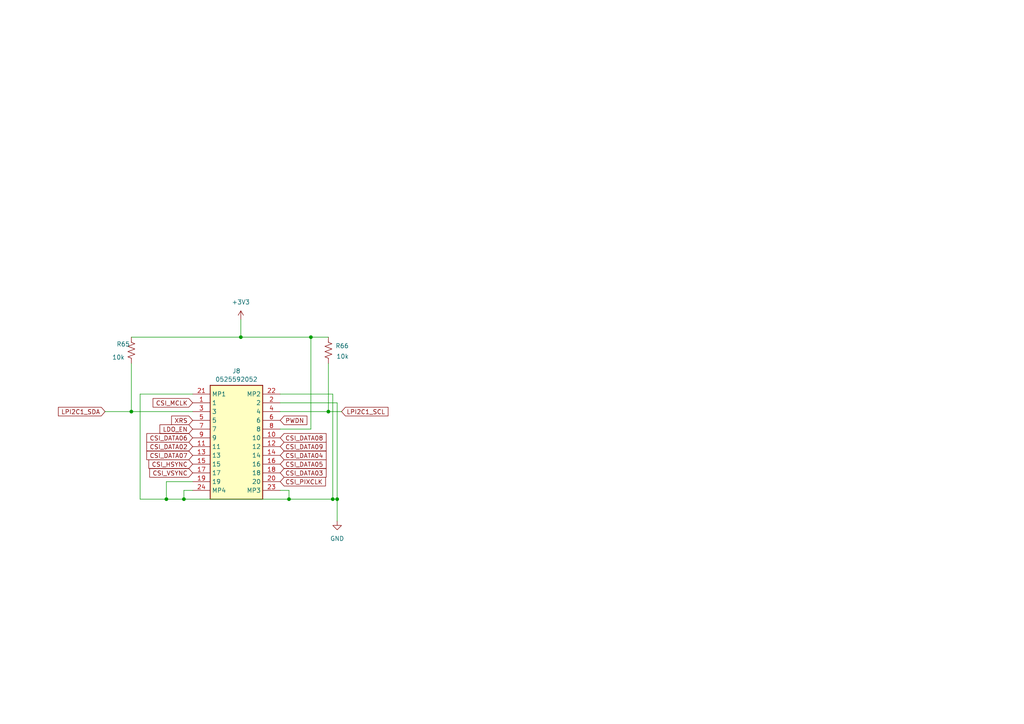
<source format=kicad_sch>
(kicad_sch (version 20250114) (generator "eeschema") (generator_version "9.0")
  (paper "A4")
  (lib_symbols
    (symbol "Au_Molex:0525592052"
      (property "Reference" "J" (at 21.59 7.62 0))
      (property "Value" "0525592052" (at 21.59 5.08 0))
      (symbol "0525592052_1_1"
        (rectangle (start 5.08 2.54) (end 20.32 -30.48) (stroke (width 0.254)) (fill (type background)))
        (pin passive line (at 0 0 0) (length 5.08) (name "MP1") (number "21"))
        (pin passive line (at 0 -2.54 0) (length 5.08) (name "1") (number "1"))
        (pin passive line (at 0 -5.08 0) (length 5.08) (name "3") (number "3"))
        (pin passive line (at 0 -7.62 0) (length 5.08) (name "5") (number "5"))
        (pin passive line (at 0 -10.16 0) (length 5.08) (name "7") (number "7"))
        (pin passive line (at 0 -12.7 0) (length 5.08) (name "9") (number "9"))
        (pin passive line (at 0 -15.24 0) (length 5.08) (name "11") (number "11"))
        (pin passive line (at 0 -17.78 0) (length 5.08) (name "13") (number "13"))
        (pin passive line (at 0 -20.32 0) (length 5.08) (name "15") (number "15"))
        (pin passive line (at 0 -22.86 0) (length 5.08) (name "17") (number "17"))
        (pin passive line (at 0 -25.4 0) (length 5.08) (name "19") (number "19"))
        (pin passive line (at 0 -27.94 0) (length 5.08) (name "MP4") (number "24"))
        (pin passive line (at 25.4 0 180) (length 5.08) (name "MP2") (number "22"))
        (pin passive line (at 25.4 -2.54 180) (length 5.08) (name "2") (number "2"))
        (pin passive line (at 25.4 -5.08 180) (length 5.08) (name "4") (number "4"))
        (pin passive line (at 25.4 -7.62 180) (length 5.08) (name "6") (number "6"))
        (pin passive line (at 25.4 -10.16 180) (length 5.08) (name "8") (number "8"))
        (pin passive line (at 25.4 -12.7 180) (length 5.08) (name "10") (number "10"))
        (pin passive line (at 25.4 -15.24 180) (length 5.08) (name "12") (number "12"))
        (pin passive line (at 25.4 -17.78 180) (length 5.08) (name "14") (number "14"))
        (pin passive line (at 25.4 -20.32 180) (length 5.08) (name "16") (number "16"))
        (pin passive line (at 25.4 -22.86 180) (length 5.08) (name "18") (number "18"))
        (pin passive line (at 25.4 -25.4 180) (length 5.08) (name "20") (number "20"))
        (pin passive line (at 25.4 -27.94 180) (length 5.08) (name "MP3") (number "23"))
      )
    )
    (symbol "Device:R_US" (pin_numbers (hide yes)) (pin_names (offset 0))
      (property "Reference" "R" (at 2.54 0 90))
      (property "Value" "R_US" (at -2.54 0 90))
      (symbol "R_US_0_1"
        (polyline (pts (xy 0 2.286) (xy 0 2.54)))
        (polyline (pts (xy 0 2.286) (xy 1.016 1.905) (xy 0 1.524) (xy -1.016 1.143) (xy 0 0.762)))
        (polyline (pts (xy 0 0.762) (xy 1.016 0.381) (xy 0 0) (xy -1.016 -0.381) (xy 0 -0.762)))
        (polyline (pts (xy 0 -0.762) (xy 1.016 -1.143) (xy 0 -1.524) (xy -1.016 -1.905) (xy 0 -2.286)))
        (polyline (pts (xy 0 -2.286) (xy 0 -2.54)))
      )
      (symbol "R_US_1_1"
        (pin passive line (at 0 3.81 270) (length 1.27) (name "~") (number "1"))
        (pin passive line (at 0 -3.81 90) (length 1.27) (name "~") (number "2"))
      )
    )
    (symbol "power:+3V3" (power) (pin_names (offset 0))
      (property "Value" "+3V3" (at 0 3.556 0))
      (symbol "+3V3_0_1"
        (polyline (pts (xy -0.762 1.27) (xy 0 2.54)))
        (polyline (pts (xy 0 2.54) (xy 0.762 1.27)))
        (polyline (pts (xy 0 0) (xy 0 2.54)))
      )
      (symbol "+3V3_1_1"
        (pin power_in line (at 0 0 90) (length 0) (hide yes) (name "+3V3") (number "1"))
      )
    )
    (symbol "power:GND" (power) (pin_numbers (hide yes)) (pin_names (offset 0) (hide yes))
      (property "Value" "GND" (at 0 -3.81 0))
      (symbol "GND_0_1"
        (polyline (pts (xy 0 0) (xy 0 -1.27) (xy 1.27 -1.27) (xy 0 -2.54) (xy -1.27 -1.27) (xy 0 -1.27)))
      )
      (symbol "GND_1_1"
        (pin power_in line (at 0 0 270) (length 0) (name "~") (number "1"))
      )
    )
  )
  (junction (at 83.82 144.78))
  (junction (at 53.34 144.78))
  (junction (at 90.17 97.79))
  (junction (at 38.1 119.38))
  (junction (at 69.85 97.79))
  (junction (at 97.79 144.78))
  (junction (at 96.52 144.78))
  (junction (at 95.25 119.38))
  (junction (at 48.26 144.78))
  (wire (pts (xy 95.25 105.41) (xy 95.25 119.38)))
  (wire (pts (xy 90.17 124.46) (xy 90.17 97.79)))
  (wire (pts (xy 55.88 139.7) (xy 48.26 139.7)))
  (wire (pts (xy 38.1 105.41) (xy 38.1 119.38)))
  (wire (pts (xy 40.64 114.3) (xy 40.64 144.78)))
  (wire (pts (xy 40.64 144.78) (xy 48.26 144.78)))
  (wire (pts (xy 81.28 119.38) (xy 95.25 119.38)))
  (wire (pts (xy 38.1 97.79) (xy 69.85 97.79)))
  (wire (pts (xy 81.28 142.24) (xy 83.82 142.24)))
  (wire (pts (xy 83.82 142.24) (xy 83.82 144.78)))
  (wire (pts (xy 38.1 119.38) (xy 55.88 119.38)))
  (wire (pts (xy 30.48 119.38) (xy 38.1 119.38)))
  (wire (pts (xy 96.52 144.78) (xy 97.79 144.78)))
  (wire (pts (xy 55.88 114.3) (xy 40.64 114.3)))
  (wire (pts (xy 69.85 97.79) (xy 90.17 97.79)))
  (wire (pts (xy 69.85 92.71) (xy 69.85 97.79)))
  (wire (pts (xy 53.34 142.24) (xy 53.34 144.78)))
  (wire (pts (xy 90.17 97.79) (xy 95.25 97.79)))
  (wire (pts (xy 55.88 142.24) (xy 53.34 142.24)))
  (wire (pts (xy 97.79 116.84) (xy 81.28 116.84)))
  (wire (pts (xy 97.79 151.13) (xy 97.79 144.78)))
  (wire (pts (xy 81.28 114.3) (xy 96.52 114.3)))
  (wire (pts (xy 53.34 144.78) (xy 83.82 144.78)))
  (wire (pts (xy 96.52 114.3) (xy 96.52 144.78)))
  (wire (pts (xy 48.26 144.78) (xy 53.34 144.78)))
  (wire (pts (xy 83.82 144.78) (xy 96.52 144.78)))
  (wire (pts (xy 48.26 139.7) (xy 48.26 144.78)))
  (wire (pts (xy 81.28 124.46) (xy 90.17 124.46)))
  (wire (pts (xy 99.06 119.38) (xy 95.25 119.38)))
  (wire (pts (xy 97.79 144.78) (xy 97.79 116.84)))
  (global_label "PWDN" (shape input) (at 81.28 121.92 0) (property "Intersheetrefs" "${INTERSHEET_REFS}" (effects (hide yes))))
  (global_label "CSI_DATA05" (shape input) (at 81.28 134.62 0) (property "Intersheetrefs" "${INTERSHEET_REFS}" (effects (hide yes))))
  (global_label "CSI_PIXCLK" (shape input) (at 81.28 139.7 0) (property "Intersheetrefs" "${INTERSHEET_REFS}" (effects (hide yes))))
  (global_label "CSI_HSYNC" (shape input) (at 55.88 134.62 180) (property "Intersheetrefs" "${INTERSHEET_REFS}" (effects (hide yes))))
  (global_label "CSI_MCLK" (shape input) (at 55.88 116.84 180) (property "Intersheetrefs" "${INTERSHEET_REFS}" (effects (hide yes))))
  (global_label "XRS" (shape input) (at 55.88 121.92 180) (property "Intersheetrefs" "${INTERSHEET_REFS}" (effects (hide yes))))
  (global_label "CSI_DATA07" (shape input) (at 55.88 132.08 180) (property "Intersheetrefs" "${INTERSHEET_REFS}" (effects (hide yes))))
  (global_label "LPI2C1_SCL" (shape input) (at 99.06 119.38 0) (property "Intersheetrefs" "${INTERSHEET_REFS}" (effects (hide yes))))
  (global_label "CSI_DATA02" (shape input) (at 55.88 129.54 180) (property "Intersheetrefs" "${INTERSHEET_REFS}" (effects (hide yes))))
  (global_label "LPI2C1_SDA" (shape input) (at 30.48 119.38 180) (property "Intersheetrefs" "${INTERSHEET_REFS}" (effects (hide yes))))
  (global_label "CSI_DATA08" (shape input) (at 81.28 127 0) (property "Intersheetrefs" "${INTERSHEET_REFS}" (effects (hide yes))))
  (global_label "CSI_DATA09" (shape input) (at 81.28 129.54 0) (property "Intersheetrefs" "${INTERSHEET_REFS}" (effects (hide yes))))
  (global_label "CSI_DATA03" (shape input) (at 81.28 137.16 0) (property "Intersheetrefs" "${INTERSHEET_REFS}" (effects (hide yes))))
  (global_label "LDO_EN" (shape input) (at 55.88 124.46 180) (property "Intersheetrefs" "${INTERSHEET_REFS}" (effects (hide yes))))
  (global_label "CSI_VSYNC" (shape input) (at 55.88 137.16 180) (property "Intersheetrefs" "${INTERSHEET_REFS}" (effects (hide yes))))
  (global_label "CSI_DATA06" (shape input) (at 55.88 127 180) (property "Intersheetrefs" "${INTERSHEET_REFS}" (effects (hide yes))))
  (global_label "CSI_DATA04" (shape input) (at 81.28 132.08 0) (property "Intersheetrefs" "${INTERSHEET_REFS}" (effects (hide yes))))
  (symbol (lib_id "Au_Molex:0525592052") (at 55.88 114.3 0) (unit 1)
    (property "Reference" "J8" (at 68.58 107.6155 0))
    (property "Value" "0525592052" (at 68.58 110.0398 0))
    (property "Footprint" "footprints:0525592052" (effects (hide yes)))
    (property "Datasheet" "https://www.molex.com/pdm_docs/sd/525592052_sd.pdf" (effects (hide yes)))
    (property "Description" "Easy-On FFC/FPC Connector, 0.50mm Pitch, Slider Series, Vertical, 3.90mm Height, 20 Circuits, Gold Plating" (effects (hide yes)))
    (property "Manufacturer_Name" "Molex" (effects (hide yes)))
    (property "Manufacturer_Part_Number" "0525592052‎" (effects (hide yes)))
  )
  (symbol (lib_id "Device:R_US") (at 38.1 101.6 0) (unit 1)
    (property "Reference" "R65" (at 33.782 99.822 0) (effects (justify left)))
    (property "Value" "10k" (at 32.512 103.632 0) (effects (justify left)))
    (property "Footprint" "Resistor_SMD:R_0201_0603Metric" (effects (hide yes)))
    (property "Description" "Resistor, US symbol" (effects (hide yes)))
  )
  (symbol (lib_id "power:GND") (at 97.79 151.13 0) (unit 1)
    (property "Reference" "#PWR079" (effects (hide yes)))
    (property "Value" "GND" (at 97.79 156.21 0))
    (property "Description" "Power symbol creates a global label with name \"GND\" , ground" (effects (hide yes)))
  )
  (symbol (lib_id "power:+3V3") (at 69.85 92.71 0) (unit 1)
    (property "Reference" "#PWR078" (effects (hide yes)))
    (property "Value" "+3V3" (at 69.85 87.63 0))
  )
  (symbol (lib_id "Device:R_US") (at 95.25 101.6 0) (unit 1)
    (property "Reference" "R66" (at 97.282 100.33 0) (effects (justify left)))
    (property "Value" "10k" (at 97.536 103.378 0) (effects (justify left)))
    (property "Footprint" "Resistor_SMD:R_0201_0603Metric" (effects (hide yes)))
    (property "Description" "Resistor, US symbol" (effects (hide yes)))
  )
)
</source>
